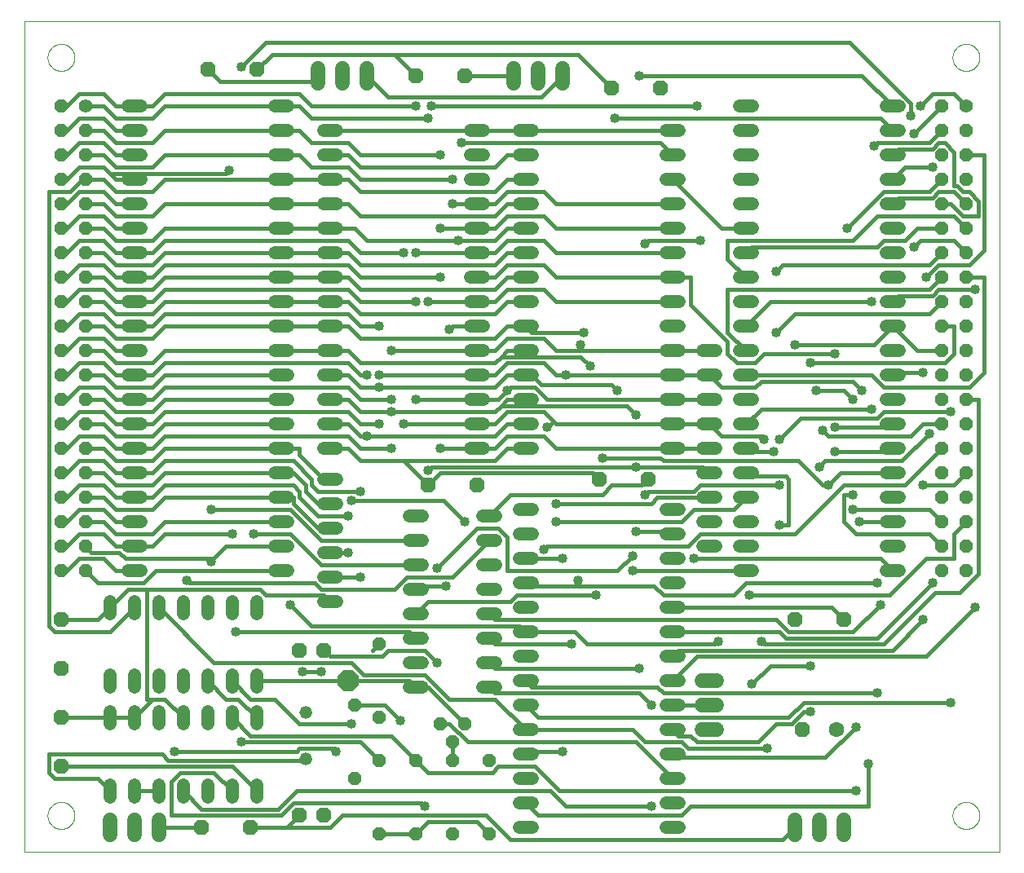
<source format=gtl>
G75*
%MOIN*%
%OFA0B0*%
%FSLAX25Y25*%
%IPPOS*%
%LPD*%
%AMOC8*
5,1,8,0,0,1.08239X$1,22.5*
%
%ADD10C,0.00000*%
%ADD11C,0.05200*%
%ADD12C,0.05600*%
%ADD13OC8,0.05600*%
%ADD14C,0.06000*%
%ADD15C,0.05200*%
%ADD16OC8,0.05200*%
%ADD17OC8,0.06300*%
%ADD18C,0.06300*%
%ADD19OC8,0.08500*%
%ADD20C,0.01600*%
%ADD21C,0.04000*%
D10*
X0001500Y0009721D02*
X0001500Y0349682D01*
X0400201Y0349682D01*
X0400201Y0009721D01*
X0001500Y0009721D01*
X0010988Y0024721D02*
X0010990Y0024869D01*
X0010996Y0025017D01*
X0011006Y0025165D01*
X0011020Y0025312D01*
X0011038Y0025459D01*
X0011059Y0025605D01*
X0011085Y0025751D01*
X0011115Y0025896D01*
X0011148Y0026040D01*
X0011186Y0026183D01*
X0011227Y0026325D01*
X0011272Y0026466D01*
X0011320Y0026606D01*
X0011373Y0026745D01*
X0011429Y0026882D01*
X0011489Y0027017D01*
X0011552Y0027151D01*
X0011619Y0027283D01*
X0011690Y0027413D01*
X0011764Y0027541D01*
X0011841Y0027667D01*
X0011922Y0027791D01*
X0012006Y0027913D01*
X0012093Y0028032D01*
X0012184Y0028149D01*
X0012278Y0028264D01*
X0012374Y0028376D01*
X0012474Y0028486D01*
X0012576Y0028592D01*
X0012682Y0028696D01*
X0012790Y0028797D01*
X0012901Y0028895D01*
X0013014Y0028991D01*
X0013130Y0029083D01*
X0013248Y0029172D01*
X0013369Y0029257D01*
X0013492Y0029340D01*
X0013617Y0029419D01*
X0013744Y0029495D01*
X0013873Y0029567D01*
X0014004Y0029636D01*
X0014137Y0029701D01*
X0014272Y0029762D01*
X0014408Y0029820D01*
X0014545Y0029875D01*
X0014684Y0029925D01*
X0014825Y0029972D01*
X0014966Y0030015D01*
X0015109Y0030055D01*
X0015253Y0030090D01*
X0015397Y0030122D01*
X0015543Y0030149D01*
X0015689Y0030173D01*
X0015836Y0030193D01*
X0015983Y0030209D01*
X0016130Y0030221D01*
X0016278Y0030229D01*
X0016426Y0030233D01*
X0016574Y0030233D01*
X0016722Y0030229D01*
X0016870Y0030221D01*
X0017017Y0030209D01*
X0017164Y0030193D01*
X0017311Y0030173D01*
X0017457Y0030149D01*
X0017603Y0030122D01*
X0017747Y0030090D01*
X0017891Y0030055D01*
X0018034Y0030015D01*
X0018175Y0029972D01*
X0018316Y0029925D01*
X0018455Y0029875D01*
X0018592Y0029820D01*
X0018728Y0029762D01*
X0018863Y0029701D01*
X0018996Y0029636D01*
X0019127Y0029567D01*
X0019256Y0029495D01*
X0019383Y0029419D01*
X0019508Y0029340D01*
X0019631Y0029257D01*
X0019752Y0029172D01*
X0019870Y0029083D01*
X0019986Y0028991D01*
X0020099Y0028895D01*
X0020210Y0028797D01*
X0020318Y0028696D01*
X0020424Y0028592D01*
X0020526Y0028486D01*
X0020626Y0028376D01*
X0020722Y0028264D01*
X0020816Y0028149D01*
X0020907Y0028032D01*
X0020994Y0027913D01*
X0021078Y0027791D01*
X0021159Y0027667D01*
X0021236Y0027541D01*
X0021310Y0027413D01*
X0021381Y0027283D01*
X0021448Y0027151D01*
X0021511Y0027017D01*
X0021571Y0026882D01*
X0021627Y0026745D01*
X0021680Y0026606D01*
X0021728Y0026466D01*
X0021773Y0026325D01*
X0021814Y0026183D01*
X0021852Y0026040D01*
X0021885Y0025896D01*
X0021915Y0025751D01*
X0021941Y0025605D01*
X0021962Y0025459D01*
X0021980Y0025312D01*
X0021994Y0025165D01*
X0022004Y0025017D01*
X0022010Y0024869D01*
X0022012Y0024721D01*
X0022010Y0024573D01*
X0022004Y0024425D01*
X0021994Y0024277D01*
X0021980Y0024130D01*
X0021962Y0023983D01*
X0021941Y0023837D01*
X0021915Y0023691D01*
X0021885Y0023546D01*
X0021852Y0023402D01*
X0021814Y0023259D01*
X0021773Y0023117D01*
X0021728Y0022976D01*
X0021680Y0022836D01*
X0021627Y0022697D01*
X0021571Y0022560D01*
X0021511Y0022425D01*
X0021448Y0022291D01*
X0021381Y0022159D01*
X0021310Y0022029D01*
X0021236Y0021901D01*
X0021159Y0021775D01*
X0021078Y0021651D01*
X0020994Y0021529D01*
X0020907Y0021410D01*
X0020816Y0021293D01*
X0020722Y0021178D01*
X0020626Y0021066D01*
X0020526Y0020956D01*
X0020424Y0020850D01*
X0020318Y0020746D01*
X0020210Y0020645D01*
X0020099Y0020547D01*
X0019986Y0020451D01*
X0019870Y0020359D01*
X0019752Y0020270D01*
X0019631Y0020185D01*
X0019508Y0020102D01*
X0019383Y0020023D01*
X0019256Y0019947D01*
X0019127Y0019875D01*
X0018996Y0019806D01*
X0018863Y0019741D01*
X0018728Y0019680D01*
X0018592Y0019622D01*
X0018455Y0019567D01*
X0018316Y0019517D01*
X0018175Y0019470D01*
X0018034Y0019427D01*
X0017891Y0019387D01*
X0017747Y0019352D01*
X0017603Y0019320D01*
X0017457Y0019293D01*
X0017311Y0019269D01*
X0017164Y0019249D01*
X0017017Y0019233D01*
X0016870Y0019221D01*
X0016722Y0019213D01*
X0016574Y0019209D01*
X0016426Y0019209D01*
X0016278Y0019213D01*
X0016130Y0019221D01*
X0015983Y0019233D01*
X0015836Y0019249D01*
X0015689Y0019269D01*
X0015543Y0019293D01*
X0015397Y0019320D01*
X0015253Y0019352D01*
X0015109Y0019387D01*
X0014966Y0019427D01*
X0014825Y0019470D01*
X0014684Y0019517D01*
X0014545Y0019567D01*
X0014408Y0019622D01*
X0014272Y0019680D01*
X0014137Y0019741D01*
X0014004Y0019806D01*
X0013873Y0019875D01*
X0013744Y0019947D01*
X0013617Y0020023D01*
X0013492Y0020102D01*
X0013369Y0020185D01*
X0013248Y0020270D01*
X0013130Y0020359D01*
X0013014Y0020451D01*
X0012901Y0020547D01*
X0012790Y0020645D01*
X0012682Y0020746D01*
X0012576Y0020850D01*
X0012474Y0020956D01*
X0012374Y0021066D01*
X0012278Y0021178D01*
X0012184Y0021293D01*
X0012093Y0021410D01*
X0012006Y0021529D01*
X0011922Y0021651D01*
X0011841Y0021775D01*
X0011764Y0021901D01*
X0011690Y0022029D01*
X0011619Y0022159D01*
X0011552Y0022291D01*
X0011489Y0022425D01*
X0011429Y0022560D01*
X0011373Y0022697D01*
X0011320Y0022836D01*
X0011272Y0022976D01*
X0011227Y0023117D01*
X0011186Y0023259D01*
X0011148Y0023402D01*
X0011115Y0023546D01*
X0011085Y0023691D01*
X0011059Y0023837D01*
X0011038Y0023983D01*
X0011020Y0024130D01*
X0011006Y0024277D01*
X0010996Y0024425D01*
X0010990Y0024573D01*
X0010988Y0024721D01*
X0010988Y0334721D02*
X0010990Y0334869D01*
X0010996Y0335017D01*
X0011006Y0335165D01*
X0011020Y0335312D01*
X0011038Y0335459D01*
X0011059Y0335605D01*
X0011085Y0335751D01*
X0011115Y0335896D01*
X0011148Y0336040D01*
X0011186Y0336183D01*
X0011227Y0336325D01*
X0011272Y0336466D01*
X0011320Y0336606D01*
X0011373Y0336745D01*
X0011429Y0336882D01*
X0011489Y0337017D01*
X0011552Y0337151D01*
X0011619Y0337283D01*
X0011690Y0337413D01*
X0011764Y0337541D01*
X0011841Y0337667D01*
X0011922Y0337791D01*
X0012006Y0337913D01*
X0012093Y0338032D01*
X0012184Y0338149D01*
X0012278Y0338264D01*
X0012374Y0338376D01*
X0012474Y0338486D01*
X0012576Y0338592D01*
X0012682Y0338696D01*
X0012790Y0338797D01*
X0012901Y0338895D01*
X0013014Y0338991D01*
X0013130Y0339083D01*
X0013248Y0339172D01*
X0013369Y0339257D01*
X0013492Y0339340D01*
X0013617Y0339419D01*
X0013744Y0339495D01*
X0013873Y0339567D01*
X0014004Y0339636D01*
X0014137Y0339701D01*
X0014272Y0339762D01*
X0014408Y0339820D01*
X0014545Y0339875D01*
X0014684Y0339925D01*
X0014825Y0339972D01*
X0014966Y0340015D01*
X0015109Y0340055D01*
X0015253Y0340090D01*
X0015397Y0340122D01*
X0015543Y0340149D01*
X0015689Y0340173D01*
X0015836Y0340193D01*
X0015983Y0340209D01*
X0016130Y0340221D01*
X0016278Y0340229D01*
X0016426Y0340233D01*
X0016574Y0340233D01*
X0016722Y0340229D01*
X0016870Y0340221D01*
X0017017Y0340209D01*
X0017164Y0340193D01*
X0017311Y0340173D01*
X0017457Y0340149D01*
X0017603Y0340122D01*
X0017747Y0340090D01*
X0017891Y0340055D01*
X0018034Y0340015D01*
X0018175Y0339972D01*
X0018316Y0339925D01*
X0018455Y0339875D01*
X0018592Y0339820D01*
X0018728Y0339762D01*
X0018863Y0339701D01*
X0018996Y0339636D01*
X0019127Y0339567D01*
X0019256Y0339495D01*
X0019383Y0339419D01*
X0019508Y0339340D01*
X0019631Y0339257D01*
X0019752Y0339172D01*
X0019870Y0339083D01*
X0019986Y0338991D01*
X0020099Y0338895D01*
X0020210Y0338797D01*
X0020318Y0338696D01*
X0020424Y0338592D01*
X0020526Y0338486D01*
X0020626Y0338376D01*
X0020722Y0338264D01*
X0020816Y0338149D01*
X0020907Y0338032D01*
X0020994Y0337913D01*
X0021078Y0337791D01*
X0021159Y0337667D01*
X0021236Y0337541D01*
X0021310Y0337413D01*
X0021381Y0337283D01*
X0021448Y0337151D01*
X0021511Y0337017D01*
X0021571Y0336882D01*
X0021627Y0336745D01*
X0021680Y0336606D01*
X0021728Y0336466D01*
X0021773Y0336325D01*
X0021814Y0336183D01*
X0021852Y0336040D01*
X0021885Y0335896D01*
X0021915Y0335751D01*
X0021941Y0335605D01*
X0021962Y0335459D01*
X0021980Y0335312D01*
X0021994Y0335165D01*
X0022004Y0335017D01*
X0022010Y0334869D01*
X0022012Y0334721D01*
X0022010Y0334573D01*
X0022004Y0334425D01*
X0021994Y0334277D01*
X0021980Y0334130D01*
X0021962Y0333983D01*
X0021941Y0333837D01*
X0021915Y0333691D01*
X0021885Y0333546D01*
X0021852Y0333402D01*
X0021814Y0333259D01*
X0021773Y0333117D01*
X0021728Y0332976D01*
X0021680Y0332836D01*
X0021627Y0332697D01*
X0021571Y0332560D01*
X0021511Y0332425D01*
X0021448Y0332291D01*
X0021381Y0332159D01*
X0021310Y0332029D01*
X0021236Y0331901D01*
X0021159Y0331775D01*
X0021078Y0331651D01*
X0020994Y0331529D01*
X0020907Y0331410D01*
X0020816Y0331293D01*
X0020722Y0331178D01*
X0020626Y0331066D01*
X0020526Y0330956D01*
X0020424Y0330850D01*
X0020318Y0330746D01*
X0020210Y0330645D01*
X0020099Y0330547D01*
X0019986Y0330451D01*
X0019870Y0330359D01*
X0019752Y0330270D01*
X0019631Y0330185D01*
X0019508Y0330102D01*
X0019383Y0330023D01*
X0019256Y0329947D01*
X0019127Y0329875D01*
X0018996Y0329806D01*
X0018863Y0329741D01*
X0018728Y0329680D01*
X0018592Y0329622D01*
X0018455Y0329567D01*
X0018316Y0329517D01*
X0018175Y0329470D01*
X0018034Y0329427D01*
X0017891Y0329387D01*
X0017747Y0329352D01*
X0017603Y0329320D01*
X0017457Y0329293D01*
X0017311Y0329269D01*
X0017164Y0329249D01*
X0017017Y0329233D01*
X0016870Y0329221D01*
X0016722Y0329213D01*
X0016574Y0329209D01*
X0016426Y0329209D01*
X0016278Y0329213D01*
X0016130Y0329221D01*
X0015983Y0329233D01*
X0015836Y0329249D01*
X0015689Y0329269D01*
X0015543Y0329293D01*
X0015397Y0329320D01*
X0015253Y0329352D01*
X0015109Y0329387D01*
X0014966Y0329427D01*
X0014825Y0329470D01*
X0014684Y0329517D01*
X0014545Y0329567D01*
X0014408Y0329622D01*
X0014272Y0329680D01*
X0014137Y0329741D01*
X0014004Y0329806D01*
X0013873Y0329875D01*
X0013744Y0329947D01*
X0013617Y0330023D01*
X0013492Y0330102D01*
X0013369Y0330185D01*
X0013248Y0330270D01*
X0013130Y0330359D01*
X0013014Y0330451D01*
X0012901Y0330547D01*
X0012790Y0330645D01*
X0012682Y0330746D01*
X0012576Y0330850D01*
X0012474Y0330956D01*
X0012374Y0331066D01*
X0012278Y0331178D01*
X0012184Y0331293D01*
X0012093Y0331410D01*
X0012006Y0331529D01*
X0011922Y0331651D01*
X0011841Y0331775D01*
X0011764Y0331901D01*
X0011690Y0332029D01*
X0011619Y0332159D01*
X0011552Y0332291D01*
X0011489Y0332425D01*
X0011429Y0332560D01*
X0011373Y0332697D01*
X0011320Y0332836D01*
X0011272Y0332976D01*
X0011227Y0333117D01*
X0011186Y0333259D01*
X0011148Y0333402D01*
X0011115Y0333546D01*
X0011085Y0333691D01*
X0011059Y0333837D01*
X0011038Y0333983D01*
X0011020Y0334130D01*
X0011006Y0334277D01*
X0010996Y0334425D01*
X0010990Y0334573D01*
X0010988Y0334721D01*
X0380988Y0334721D02*
X0380990Y0334869D01*
X0380996Y0335017D01*
X0381006Y0335165D01*
X0381020Y0335312D01*
X0381038Y0335459D01*
X0381059Y0335605D01*
X0381085Y0335751D01*
X0381115Y0335896D01*
X0381148Y0336040D01*
X0381186Y0336183D01*
X0381227Y0336325D01*
X0381272Y0336466D01*
X0381320Y0336606D01*
X0381373Y0336745D01*
X0381429Y0336882D01*
X0381489Y0337017D01*
X0381552Y0337151D01*
X0381619Y0337283D01*
X0381690Y0337413D01*
X0381764Y0337541D01*
X0381841Y0337667D01*
X0381922Y0337791D01*
X0382006Y0337913D01*
X0382093Y0338032D01*
X0382184Y0338149D01*
X0382278Y0338264D01*
X0382374Y0338376D01*
X0382474Y0338486D01*
X0382576Y0338592D01*
X0382682Y0338696D01*
X0382790Y0338797D01*
X0382901Y0338895D01*
X0383014Y0338991D01*
X0383130Y0339083D01*
X0383248Y0339172D01*
X0383369Y0339257D01*
X0383492Y0339340D01*
X0383617Y0339419D01*
X0383744Y0339495D01*
X0383873Y0339567D01*
X0384004Y0339636D01*
X0384137Y0339701D01*
X0384272Y0339762D01*
X0384408Y0339820D01*
X0384545Y0339875D01*
X0384684Y0339925D01*
X0384825Y0339972D01*
X0384966Y0340015D01*
X0385109Y0340055D01*
X0385253Y0340090D01*
X0385397Y0340122D01*
X0385543Y0340149D01*
X0385689Y0340173D01*
X0385836Y0340193D01*
X0385983Y0340209D01*
X0386130Y0340221D01*
X0386278Y0340229D01*
X0386426Y0340233D01*
X0386574Y0340233D01*
X0386722Y0340229D01*
X0386870Y0340221D01*
X0387017Y0340209D01*
X0387164Y0340193D01*
X0387311Y0340173D01*
X0387457Y0340149D01*
X0387603Y0340122D01*
X0387747Y0340090D01*
X0387891Y0340055D01*
X0388034Y0340015D01*
X0388175Y0339972D01*
X0388316Y0339925D01*
X0388455Y0339875D01*
X0388592Y0339820D01*
X0388728Y0339762D01*
X0388863Y0339701D01*
X0388996Y0339636D01*
X0389127Y0339567D01*
X0389256Y0339495D01*
X0389383Y0339419D01*
X0389508Y0339340D01*
X0389631Y0339257D01*
X0389752Y0339172D01*
X0389870Y0339083D01*
X0389986Y0338991D01*
X0390099Y0338895D01*
X0390210Y0338797D01*
X0390318Y0338696D01*
X0390424Y0338592D01*
X0390526Y0338486D01*
X0390626Y0338376D01*
X0390722Y0338264D01*
X0390816Y0338149D01*
X0390907Y0338032D01*
X0390994Y0337913D01*
X0391078Y0337791D01*
X0391159Y0337667D01*
X0391236Y0337541D01*
X0391310Y0337413D01*
X0391381Y0337283D01*
X0391448Y0337151D01*
X0391511Y0337017D01*
X0391571Y0336882D01*
X0391627Y0336745D01*
X0391680Y0336606D01*
X0391728Y0336466D01*
X0391773Y0336325D01*
X0391814Y0336183D01*
X0391852Y0336040D01*
X0391885Y0335896D01*
X0391915Y0335751D01*
X0391941Y0335605D01*
X0391962Y0335459D01*
X0391980Y0335312D01*
X0391994Y0335165D01*
X0392004Y0335017D01*
X0392010Y0334869D01*
X0392012Y0334721D01*
X0392010Y0334573D01*
X0392004Y0334425D01*
X0391994Y0334277D01*
X0391980Y0334130D01*
X0391962Y0333983D01*
X0391941Y0333837D01*
X0391915Y0333691D01*
X0391885Y0333546D01*
X0391852Y0333402D01*
X0391814Y0333259D01*
X0391773Y0333117D01*
X0391728Y0332976D01*
X0391680Y0332836D01*
X0391627Y0332697D01*
X0391571Y0332560D01*
X0391511Y0332425D01*
X0391448Y0332291D01*
X0391381Y0332159D01*
X0391310Y0332029D01*
X0391236Y0331901D01*
X0391159Y0331775D01*
X0391078Y0331651D01*
X0390994Y0331529D01*
X0390907Y0331410D01*
X0390816Y0331293D01*
X0390722Y0331178D01*
X0390626Y0331066D01*
X0390526Y0330956D01*
X0390424Y0330850D01*
X0390318Y0330746D01*
X0390210Y0330645D01*
X0390099Y0330547D01*
X0389986Y0330451D01*
X0389870Y0330359D01*
X0389752Y0330270D01*
X0389631Y0330185D01*
X0389508Y0330102D01*
X0389383Y0330023D01*
X0389256Y0329947D01*
X0389127Y0329875D01*
X0388996Y0329806D01*
X0388863Y0329741D01*
X0388728Y0329680D01*
X0388592Y0329622D01*
X0388455Y0329567D01*
X0388316Y0329517D01*
X0388175Y0329470D01*
X0388034Y0329427D01*
X0387891Y0329387D01*
X0387747Y0329352D01*
X0387603Y0329320D01*
X0387457Y0329293D01*
X0387311Y0329269D01*
X0387164Y0329249D01*
X0387017Y0329233D01*
X0386870Y0329221D01*
X0386722Y0329213D01*
X0386574Y0329209D01*
X0386426Y0329209D01*
X0386278Y0329213D01*
X0386130Y0329221D01*
X0385983Y0329233D01*
X0385836Y0329249D01*
X0385689Y0329269D01*
X0385543Y0329293D01*
X0385397Y0329320D01*
X0385253Y0329352D01*
X0385109Y0329387D01*
X0384966Y0329427D01*
X0384825Y0329470D01*
X0384684Y0329517D01*
X0384545Y0329567D01*
X0384408Y0329622D01*
X0384272Y0329680D01*
X0384137Y0329741D01*
X0384004Y0329806D01*
X0383873Y0329875D01*
X0383744Y0329947D01*
X0383617Y0330023D01*
X0383492Y0330102D01*
X0383369Y0330185D01*
X0383248Y0330270D01*
X0383130Y0330359D01*
X0383014Y0330451D01*
X0382901Y0330547D01*
X0382790Y0330645D01*
X0382682Y0330746D01*
X0382576Y0330850D01*
X0382474Y0330956D01*
X0382374Y0331066D01*
X0382278Y0331178D01*
X0382184Y0331293D01*
X0382093Y0331410D01*
X0382006Y0331529D01*
X0381922Y0331651D01*
X0381841Y0331775D01*
X0381764Y0331901D01*
X0381690Y0332029D01*
X0381619Y0332159D01*
X0381552Y0332291D01*
X0381489Y0332425D01*
X0381429Y0332560D01*
X0381373Y0332697D01*
X0381320Y0332836D01*
X0381272Y0332976D01*
X0381227Y0333117D01*
X0381186Y0333259D01*
X0381148Y0333402D01*
X0381115Y0333546D01*
X0381085Y0333691D01*
X0381059Y0333837D01*
X0381038Y0333983D01*
X0381020Y0334130D01*
X0381006Y0334277D01*
X0380996Y0334425D01*
X0380990Y0334573D01*
X0380988Y0334721D01*
X0380988Y0024721D02*
X0380990Y0024869D01*
X0380996Y0025017D01*
X0381006Y0025165D01*
X0381020Y0025312D01*
X0381038Y0025459D01*
X0381059Y0025605D01*
X0381085Y0025751D01*
X0381115Y0025896D01*
X0381148Y0026040D01*
X0381186Y0026183D01*
X0381227Y0026325D01*
X0381272Y0026466D01*
X0381320Y0026606D01*
X0381373Y0026745D01*
X0381429Y0026882D01*
X0381489Y0027017D01*
X0381552Y0027151D01*
X0381619Y0027283D01*
X0381690Y0027413D01*
X0381764Y0027541D01*
X0381841Y0027667D01*
X0381922Y0027791D01*
X0382006Y0027913D01*
X0382093Y0028032D01*
X0382184Y0028149D01*
X0382278Y0028264D01*
X0382374Y0028376D01*
X0382474Y0028486D01*
X0382576Y0028592D01*
X0382682Y0028696D01*
X0382790Y0028797D01*
X0382901Y0028895D01*
X0383014Y0028991D01*
X0383130Y0029083D01*
X0383248Y0029172D01*
X0383369Y0029257D01*
X0383492Y0029340D01*
X0383617Y0029419D01*
X0383744Y0029495D01*
X0383873Y0029567D01*
X0384004Y0029636D01*
X0384137Y0029701D01*
X0384272Y0029762D01*
X0384408Y0029820D01*
X0384545Y0029875D01*
X0384684Y0029925D01*
X0384825Y0029972D01*
X0384966Y0030015D01*
X0385109Y0030055D01*
X0385253Y0030090D01*
X0385397Y0030122D01*
X0385543Y0030149D01*
X0385689Y0030173D01*
X0385836Y0030193D01*
X0385983Y0030209D01*
X0386130Y0030221D01*
X0386278Y0030229D01*
X0386426Y0030233D01*
X0386574Y0030233D01*
X0386722Y0030229D01*
X0386870Y0030221D01*
X0387017Y0030209D01*
X0387164Y0030193D01*
X0387311Y0030173D01*
X0387457Y0030149D01*
X0387603Y0030122D01*
X0387747Y0030090D01*
X0387891Y0030055D01*
X0388034Y0030015D01*
X0388175Y0029972D01*
X0388316Y0029925D01*
X0388455Y0029875D01*
X0388592Y0029820D01*
X0388728Y0029762D01*
X0388863Y0029701D01*
X0388996Y0029636D01*
X0389127Y0029567D01*
X0389256Y0029495D01*
X0389383Y0029419D01*
X0389508Y0029340D01*
X0389631Y0029257D01*
X0389752Y0029172D01*
X0389870Y0029083D01*
X0389986Y0028991D01*
X0390099Y0028895D01*
X0390210Y0028797D01*
X0390318Y0028696D01*
X0390424Y0028592D01*
X0390526Y0028486D01*
X0390626Y0028376D01*
X0390722Y0028264D01*
X0390816Y0028149D01*
X0390907Y0028032D01*
X0390994Y0027913D01*
X0391078Y0027791D01*
X0391159Y0027667D01*
X0391236Y0027541D01*
X0391310Y0027413D01*
X0391381Y0027283D01*
X0391448Y0027151D01*
X0391511Y0027017D01*
X0391571Y0026882D01*
X0391627Y0026745D01*
X0391680Y0026606D01*
X0391728Y0026466D01*
X0391773Y0026325D01*
X0391814Y0026183D01*
X0391852Y0026040D01*
X0391885Y0025896D01*
X0391915Y0025751D01*
X0391941Y0025605D01*
X0391962Y0025459D01*
X0391980Y0025312D01*
X0391994Y0025165D01*
X0392004Y0025017D01*
X0392010Y0024869D01*
X0392012Y0024721D01*
X0392010Y0024573D01*
X0392004Y0024425D01*
X0391994Y0024277D01*
X0391980Y0024130D01*
X0391962Y0023983D01*
X0391941Y0023837D01*
X0391915Y0023691D01*
X0391885Y0023546D01*
X0391852Y0023402D01*
X0391814Y0023259D01*
X0391773Y0023117D01*
X0391728Y0022976D01*
X0391680Y0022836D01*
X0391627Y0022697D01*
X0391571Y0022560D01*
X0391511Y0022425D01*
X0391448Y0022291D01*
X0391381Y0022159D01*
X0391310Y0022029D01*
X0391236Y0021901D01*
X0391159Y0021775D01*
X0391078Y0021651D01*
X0390994Y0021529D01*
X0390907Y0021410D01*
X0390816Y0021293D01*
X0390722Y0021178D01*
X0390626Y0021066D01*
X0390526Y0020956D01*
X0390424Y0020850D01*
X0390318Y0020746D01*
X0390210Y0020645D01*
X0390099Y0020547D01*
X0389986Y0020451D01*
X0389870Y0020359D01*
X0389752Y0020270D01*
X0389631Y0020185D01*
X0389508Y0020102D01*
X0389383Y0020023D01*
X0389256Y0019947D01*
X0389127Y0019875D01*
X0388996Y0019806D01*
X0388863Y0019741D01*
X0388728Y0019680D01*
X0388592Y0019622D01*
X0388455Y0019567D01*
X0388316Y0019517D01*
X0388175Y0019470D01*
X0388034Y0019427D01*
X0387891Y0019387D01*
X0387747Y0019352D01*
X0387603Y0019320D01*
X0387457Y0019293D01*
X0387311Y0019269D01*
X0387164Y0019249D01*
X0387017Y0019233D01*
X0386870Y0019221D01*
X0386722Y0019213D01*
X0386574Y0019209D01*
X0386426Y0019209D01*
X0386278Y0019213D01*
X0386130Y0019221D01*
X0385983Y0019233D01*
X0385836Y0019249D01*
X0385689Y0019269D01*
X0385543Y0019293D01*
X0385397Y0019320D01*
X0385253Y0019352D01*
X0385109Y0019387D01*
X0384966Y0019427D01*
X0384825Y0019470D01*
X0384684Y0019517D01*
X0384545Y0019567D01*
X0384408Y0019622D01*
X0384272Y0019680D01*
X0384137Y0019741D01*
X0384004Y0019806D01*
X0383873Y0019875D01*
X0383744Y0019947D01*
X0383617Y0020023D01*
X0383492Y0020102D01*
X0383369Y0020185D01*
X0383248Y0020270D01*
X0383130Y0020359D01*
X0383014Y0020451D01*
X0382901Y0020547D01*
X0382790Y0020645D01*
X0382682Y0020746D01*
X0382576Y0020850D01*
X0382474Y0020956D01*
X0382374Y0021066D01*
X0382278Y0021178D01*
X0382184Y0021293D01*
X0382093Y0021410D01*
X0382006Y0021529D01*
X0381922Y0021651D01*
X0381841Y0021775D01*
X0381764Y0021901D01*
X0381690Y0022029D01*
X0381619Y0022159D01*
X0381552Y0022291D01*
X0381489Y0022425D01*
X0381429Y0022560D01*
X0381373Y0022697D01*
X0381320Y0022836D01*
X0381272Y0022976D01*
X0381227Y0023117D01*
X0381186Y0023259D01*
X0381148Y0023402D01*
X0381115Y0023546D01*
X0381085Y0023691D01*
X0381059Y0023837D01*
X0381038Y0023983D01*
X0381020Y0024130D01*
X0381006Y0024277D01*
X0380996Y0024425D01*
X0380990Y0024573D01*
X0380988Y0024721D01*
D11*
X0359100Y0124721D02*
X0353900Y0124721D01*
X0353900Y0134721D02*
X0359100Y0134721D01*
X0359100Y0144721D02*
X0353900Y0144721D01*
X0353900Y0154721D02*
X0359100Y0154721D01*
X0359100Y0164721D02*
X0353900Y0164721D01*
X0353900Y0174721D02*
X0359100Y0174721D01*
X0359100Y0184721D02*
X0353900Y0184721D01*
X0353900Y0194721D02*
X0359100Y0194721D01*
X0359100Y0204721D02*
X0353900Y0204721D01*
X0353900Y0214721D02*
X0359100Y0214721D01*
X0359100Y0224721D02*
X0353900Y0224721D01*
X0353900Y0234721D02*
X0359100Y0234721D01*
X0359100Y0244721D02*
X0353900Y0244721D01*
X0353900Y0254721D02*
X0359100Y0254721D01*
X0359100Y0264721D02*
X0353900Y0264721D01*
X0353900Y0274721D02*
X0359100Y0274721D01*
X0359100Y0284721D02*
X0353900Y0284721D01*
X0353900Y0294721D02*
X0359100Y0294721D01*
X0359100Y0304721D02*
X0353900Y0304721D01*
X0353900Y0314721D02*
X0359100Y0314721D01*
X0299100Y0314721D02*
X0293900Y0314721D01*
X0293900Y0304721D02*
X0299100Y0304721D01*
X0299100Y0294721D02*
X0293900Y0294721D01*
X0293900Y0284721D02*
X0299100Y0284721D01*
X0299100Y0274721D02*
X0293900Y0274721D01*
X0293900Y0264721D02*
X0299100Y0264721D01*
X0299100Y0254721D02*
X0293900Y0254721D01*
X0293900Y0244721D02*
X0299100Y0244721D01*
X0299100Y0234721D02*
X0293900Y0234721D01*
X0293900Y0224721D02*
X0299100Y0224721D01*
X0299100Y0214721D02*
X0293900Y0214721D01*
X0284100Y0214721D02*
X0278900Y0214721D01*
X0269100Y0214721D02*
X0263900Y0214721D01*
X0263900Y0224721D02*
X0269100Y0224721D01*
X0269100Y0234721D02*
X0263900Y0234721D01*
X0263900Y0244721D02*
X0269100Y0244721D01*
X0269100Y0254721D02*
X0263900Y0254721D01*
X0263900Y0264721D02*
X0269100Y0264721D01*
X0269100Y0274721D02*
X0263900Y0274721D01*
X0263900Y0284721D02*
X0269100Y0284721D01*
X0269100Y0294721D02*
X0263900Y0294721D01*
X0263900Y0304721D02*
X0269100Y0304721D01*
X0209100Y0304721D02*
X0203900Y0304721D01*
X0203900Y0294721D02*
X0209100Y0294721D01*
X0209100Y0284721D02*
X0203900Y0284721D01*
X0203900Y0274721D02*
X0209100Y0274721D01*
X0209100Y0264721D02*
X0203900Y0264721D01*
X0203900Y0254721D02*
X0209100Y0254721D01*
X0209100Y0244721D02*
X0203900Y0244721D01*
X0203900Y0234721D02*
X0209100Y0234721D01*
X0209100Y0224721D02*
X0203900Y0224721D01*
X0203900Y0214721D02*
X0209100Y0214721D01*
X0209100Y0204721D02*
X0203900Y0204721D01*
X0203900Y0194721D02*
X0209100Y0194721D01*
X0209100Y0184721D02*
X0203900Y0184721D01*
X0203900Y0174721D02*
X0209100Y0174721D01*
X0189100Y0174721D02*
X0183900Y0174721D01*
X0183900Y0184721D02*
X0189100Y0184721D01*
X0189100Y0194721D02*
X0183900Y0194721D01*
X0183900Y0204721D02*
X0189100Y0204721D01*
X0189100Y0214721D02*
X0183900Y0214721D01*
X0183900Y0224721D02*
X0189100Y0224721D01*
X0189100Y0234721D02*
X0183900Y0234721D01*
X0183900Y0244721D02*
X0189100Y0244721D01*
X0189100Y0254721D02*
X0183900Y0254721D01*
X0183900Y0264721D02*
X0189100Y0264721D01*
X0189100Y0274721D02*
X0183900Y0274721D01*
X0183900Y0284721D02*
X0189100Y0284721D01*
X0189100Y0294721D02*
X0183900Y0294721D01*
X0183900Y0304721D02*
X0189100Y0304721D01*
X0129100Y0304721D02*
X0123900Y0304721D01*
X0123900Y0294721D02*
X0129100Y0294721D01*
X0129100Y0284721D02*
X0123900Y0284721D01*
X0123900Y0274721D02*
X0129100Y0274721D01*
X0129100Y0264721D02*
X0123900Y0264721D01*
X0123900Y0254721D02*
X0129100Y0254721D01*
X0129100Y0244721D02*
X0123900Y0244721D01*
X0123900Y0234721D02*
X0129100Y0234721D01*
X0129100Y0224721D02*
X0123900Y0224721D01*
X0123900Y0214721D02*
X0129100Y0214721D01*
X0129100Y0204721D02*
X0123900Y0204721D01*
X0123900Y0194721D02*
X0129100Y0194721D01*
X0129100Y0184721D02*
X0123900Y0184721D01*
X0123900Y0174721D02*
X0129100Y0174721D01*
X0129100Y0162221D02*
X0123900Y0162221D01*
X0123900Y0152221D02*
X0129100Y0152221D01*
X0129100Y0142221D02*
X0123900Y0142221D01*
X0123900Y0132221D02*
X0129100Y0132221D01*
X0129100Y0122221D02*
X0123900Y0122221D01*
X0123900Y0112221D02*
X0129100Y0112221D01*
X0109100Y0124721D02*
X0103900Y0124721D01*
X0103900Y0134721D02*
X0109100Y0134721D01*
X0109100Y0144721D02*
X0103900Y0144721D01*
X0103900Y0154721D02*
X0109100Y0154721D01*
X0109100Y0164721D02*
X0103900Y0164721D01*
X0103900Y0174721D02*
X0109100Y0174721D01*
X0109100Y0184721D02*
X0103900Y0184721D01*
X0103900Y0194721D02*
X0109100Y0194721D01*
X0109100Y0204721D02*
X0103900Y0204721D01*
X0103900Y0214721D02*
X0109100Y0214721D01*
X0109100Y0224721D02*
X0103900Y0224721D01*
X0103900Y0234721D02*
X0109100Y0234721D01*
X0109100Y0244721D02*
X0103900Y0244721D01*
X0103900Y0254721D02*
X0109100Y0254721D01*
X0109100Y0264721D02*
X0103900Y0264721D01*
X0103900Y0274721D02*
X0109100Y0274721D01*
X0109100Y0284721D02*
X0103900Y0284721D01*
X0103900Y0294721D02*
X0109100Y0294721D01*
X0109100Y0304721D02*
X0103900Y0304721D01*
X0103900Y0314721D02*
X0109100Y0314721D01*
X0049100Y0314721D02*
X0043900Y0314721D01*
X0043900Y0304721D02*
X0049100Y0304721D01*
X0049100Y0294721D02*
X0043900Y0294721D01*
X0043900Y0284721D02*
X0049100Y0284721D01*
X0049100Y0274721D02*
X0043900Y0274721D01*
X0043900Y0264721D02*
X0049100Y0264721D01*
X0049100Y0254721D02*
X0043900Y0254721D01*
X0043900Y0244721D02*
X0049100Y0244721D01*
X0049100Y0234721D02*
X0043900Y0234721D01*
X0043900Y0224721D02*
X0049100Y0224721D01*
X0049100Y0214721D02*
X0043900Y0214721D01*
X0043900Y0204721D02*
X0049100Y0204721D01*
X0049100Y0194721D02*
X0043900Y0194721D01*
X0043900Y0184721D02*
X0049100Y0184721D01*
X0049100Y0174721D02*
X0043900Y0174721D01*
X0043900Y0164721D02*
X0049100Y0164721D01*
X0049100Y0154721D02*
X0043900Y0154721D01*
X0043900Y0144721D02*
X0049100Y0144721D01*
X0049100Y0134721D02*
X0043900Y0134721D01*
X0043900Y0124721D02*
X0049100Y0124721D01*
X0046500Y0112321D02*
X0046500Y0107121D01*
X0036500Y0107121D02*
X0036500Y0112321D01*
X0056500Y0112321D02*
X0056500Y0107121D01*
X0066500Y0107121D02*
X0066500Y0112321D01*
X0076500Y0112321D02*
X0076500Y0107121D01*
X0086500Y0107121D02*
X0086500Y0112321D01*
X0096500Y0112321D02*
X0096500Y0107121D01*
X0096500Y0082321D02*
X0096500Y0077121D01*
X0096500Y0067321D02*
X0096500Y0062121D01*
X0086500Y0062121D02*
X0086500Y0067321D01*
X0086500Y0077121D02*
X0086500Y0082321D01*
X0076500Y0082321D02*
X0076500Y0077121D01*
X0076500Y0067321D02*
X0076500Y0062121D01*
X0066500Y0062121D02*
X0066500Y0067321D01*
X0066500Y0077121D02*
X0066500Y0082321D01*
X0056500Y0082321D02*
X0056500Y0077121D01*
X0056500Y0067321D02*
X0056500Y0062121D01*
X0046500Y0062121D02*
X0046500Y0067321D01*
X0046500Y0077121D02*
X0046500Y0082321D01*
X0036500Y0082321D02*
X0036500Y0077121D01*
X0036500Y0067321D02*
X0036500Y0062121D01*
X0036500Y0037321D02*
X0036500Y0032121D01*
X0046500Y0032121D02*
X0046500Y0037321D01*
X0056500Y0037321D02*
X0056500Y0032121D01*
X0066500Y0032121D02*
X0066500Y0037321D01*
X0076500Y0037321D02*
X0076500Y0032121D01*
X0086500Y0032121D02*
X0086500Y0037321D01*
X0096500Y0037321D02*
X0096500Y0032121D01*
X0158900Y0077221D02*
X0164100Y0077221D01*
X0164100Y0087221D02*
X0158900Y0087221D01*
X0158900Y0097221D02*
X0164100Y0097221D01*
X0164100Y0107221D02*
X0158900Y0107221D01*
X0158900Y0117221D02*
X0164100Y0117221D01*
X0164100Y0127221D02*
X0158900Y0127221D01*
X0158900Y0137221D02*
X0164100Y0137221D01*
X0164100Y0147221D02*
X0158900Y0147221D01*
X0188900Y0147221D02*
X0194100Y0147221D01*
X0194100Y0137221D02*
X0188900Y0137221D01*
X0188900Y0127221D02*
X0194100Y0127221D01*
X0203900Y0129721D02*
X0209100Y0129721D01*
X0209100Y0119721D02*
X0203900Y0119721D01*
X0194100Y0117221D02*
X0188900Y0117221D01*
X0188900Y0107221D02*
X0194100Y0107221D01*
X0203900Y0109721D02*
X0209100Y0109721D01*
X0209100Y0099721D02*
X0203900Y0099721D01*
X0194100Y0097221D02*
X0188900Y0097221D01*
X0188900Y0087221D02*
X0194100Y0087221D01*
X0194100Y0077221D02*
X0188900Y0077221D01*
X0203900Y0079721D02*
X0209100Y0079721D01*
X0209100Y0089721D02*
X0203900Y0089721D01*
X0203900Y0069721D02*
X0209100Y0069721D01*
X0209100Y0059721D02*
X0203900Y0059721D01*
X0203900Y0049721D02*
X0209100Y0049721D01*
X0209100Y0039721D02*
X0203900Y0039721D01*
X0203900Y0029721D02*
X0209100Y0029721D01*
X0209100Y0019721D02*
X0203900Y0019721D01*
X0263900Y0019721D02*
X0269100Y0019721D01*
X0269100Y0029721D02*
X0263900Y0029721D01*
X0263900Y0039721D02*
X0269100Y0039721D01*
X0269100Y0049721D02*
X0263900Y0049721D01*
X0263900Y0059721D02*
X0269100Y0059721D01*
X0269100Y0069721D02*
X0263900Y0069721D01*
X0263900Y0079721D02*
X0269100Y0079721D01*
X0269100Y0089721D02*
X0263900Y0089721D01*
X0263900Y0099721D02*
X0269100Y0099721D01*
X0269100Y0109721D02*
X0263900Y0109721D01*
X0263900Y0119721D02*
X0269100Y0119721D01*
X0269100Y0129721D02*
X0263900Y0129721D01*
X0263900Y0139721D02*
X0269100Y0139721D01*
X0269100Y0149721D02*
X0263900Y0149721D01*
X0278900Y0154721D02*
X0284100Y0154721D01*
X0293900Y0154721D02*
X0299100Y0154721D01*
X0299100Y0164721D02*
X0293900Y0164721D01*
X0284100Y0164721D02*
X0278900Y0164721D01*
X0278900Y0174721D02*
X0284100Y0174721D01*
X0293900Y0174721D02*
X0299100Y0174721D01*
X0299100Y0184721D02*
X0293900Y0184721D01*
X0284100Y0184721D02*
X0278900Y0184721D01*
X0269100Y0184721D02*
X0263900Y0184721D01*
X0263900Y0194721D02*
X0269100Y0194721D01*
X0278900Y0194721D02*
X0284100Y0194721D01*
X0293900Y0194721D02*
X0299100Y0194721D01*
X0299100Y0204721D02*
X0293900Y0204721D01*
X0284100Y0204721D02*
X0278900Y0204721D01*
X0269100Y0204721D02*
X0263900Y0204721D01*
X0263900Y0174721D02*
X0269100Y0174721D01*
X0278900Y0144721D02*
X0284100Y0144721D01*
X0293900Y0144721D02*
X0299100Y0144721D01*
X0299100Y0134721D02*
X0293900Y0134721D01*
X0284100Y0134721D02*
X0278900Y0134721D01*
X0293900Y0124721D02*
X0299100Y0124721D01*
X0209100Y0139721D02*
X0203900Y0139721D01*
X0203900Y0149721D02*
X0209100Y0149721D01*
D12*
X0386500Y0314721D03*
X0026500Y0314721D03*
D13*
X0016500Y0314721D03*
X0016500Y0304721D03*
X0026500Y0304721D03*
X0026500Y0294721D03*
X0016500Y0294721D03*
X0016500Y0284721D03*
X0026500Y0284721D03*
X0026500Y0274721D03*
X0016500Y0274721D03*
X0016500Y0264721D03*
X0026500Y0264721D03*
X0026500Y0254721D03*
X0016500Y0254721D03*
X0016500Y0244721D03*
X0026500Y0244721D03*
X0026500Y0234721D03*
X0016500Y0234721D03*
X0016500Y0224721D03*
X0026500Y0224721D03*
X0026500Y0214721D03*
X0016500Y0214721D03*
X0016500Y0204721D03*
X0026500Y0204721D03*
X0026500Y0194721D03*
X0016500Y0194721D03*
X0016500Y0184721D03*
X0026500Y0184721D03*
X0026500Y0174721D03*
X0016500Y0174721D03*
X0016500Y0164721D03*
X0026500Y0164721D03*
X0026500Y0154721D03*
X0016500Y0154721D03*
X0016500Y0144721D03*
X0026500Y0144721D03*
X0026500Y0134721D03*
X0016500Y0134721D03*
X0016500Y0124721D03*
X0026500Y0124721D03*
X0376500Y0124721D03*
X0386500Y0124721D03*
X0386500Y0134721D03*
X0376500Y0134721D03*
X0376500Y0144721D03*
X0386500Y0144721D03*
X0386500Y0154721D03*
X0386500Y0164721D03*
X0376500Y0164721D03*
X0376500Y0154721D03*
X0376500Y0174721D03*
X0386500Y0174721D03*
X0386500Y0184721D03*
X0376500Y0184721D03*
X0376500Y0194721D03*
X0386500Y0194721D03*
X0386500Y0204721D03*
X0376500Y0204721D03*
X0376500Y0214721D03*
X0386500Y0214721D03*
X0386500Y0224721D03*
X0386500Y0234721D03*
X0376500Y0234721D03*
X0376500Y0224721D03*
X0376500Y0244721D03*
X0386500Y0244721D03*
X0386500Y0254721D03*
X0376500Y0254721D03*
X0376500Y0264721D03*
X0386500Y0264721D03*
X0386500Y0274721D03*
X0376500Y0274721D03*
X0376500Y0284721D03*
X0386500Y0284721D03*
X0386500Y0294721D03*
X0386500Y0304721D03*
X0376500Y0304721D03*
X0376500Y0294721D03*
X0376500Y0314721D03*
D14*
X0221500Y0324221D02*
X0221500Y0330221D01*
X0211500Y0330221D02*
X0211500Y0324221D01*
X0201500Y0324221D02*
X0201500Y0330221D01*
X0141500Y0330221D02*
X0141500Y0324221D01*
X0131500Y0324221D02*
X0131500Y0330221D01*
X0121500Y0330221D02*
X0121500Y0324221D01*
X0278500Y0079721D02*
X0284500Y0079721D01*
X0284500Y0069721D02*
X0278500Y0069721D01*
X0278500Y0059721D02*
X0284500Y0059721D01*
X0316500Y0022721D02*
X0316500Y0016721D01*
X0326500Y0016721D02*
X0326500Y0022721D01*
X0336500Y0022721D02*
X0336500Y0016721D01*
X0056500Y0016721D02*
X0056500Y0022721D01*
X0046500Y0022721D02*
X0046500Y0016721D01*
X0036500Y0016721D02*
X0036500Y0022721D01*
D15*
X0116500Y0047721D03*
X0116500Y0066721D03*
D16*
X0136500Y0069721D03*
X0146500Y0064721D03*
X0146500Y0047221D03*
X0136500Y0039721D03*
X0146500Y0017221D03*
X0161500Y0017221D03*
X0176500Y0017221D03*
X0191500Y0017221D03*
X0191500Y0047221D03*
X0176500Y0047221D03*
X0176500Y0054721D03*
X0171500Y0062221D03*
X0181500Y0062221D03*
X0161500Y0047221D03*
X0146500Y0094721D03*
D17*
X0124000Y0092221D03*
X0114000Y0092221D03*
X0114000Y0024721D03*
X0124000Y0024721D03*
X0094000Y0019721D03*
X0074000Y0019721D03*
X0016500Y0044721D03*
X0016500Y0064721D03*
X0016500Y0084721D03*
X0016500Y0104721D03*
X0166500Y0159721D03*
X0186500Y0159721D03*
X0236500Y0162221D03*
X0256500Y0162221D03*
X0316500Y0104721D03*
X0336500Y0104721D03*
X0319500Y0059721D03*
X0261500Y0322221D03*
X0241500Y0322221D03*
X0181500Y0327221D03*
X0161500Y0327221D03*
X0096500Y0329721D03*
X0076500Y0329721D03*
D18*
X0333500Y0059721D03*
D19*
X0134000Y0079721D03*
D20*
X0159000Y0079721D01*
X0161500Y0077221D01*
X0166500Y0077221D01*
X0181500Y0062221D01*
X0175250Y0062221D02*
X0182750Y0054721D01*
X0251500Y0054721D01*
X0266500Y0039721D01*
X0267750Y0048471D02*
X0266500Y0049721D01*
X0267750Y0048471D02*
X0329000Y0048471D01*
X0341500Y0060971D01*
X0346500Y0045971D02*
X0346500Y0028471D01*
X0274000Y0028471D01*
X0270250Y0024721D01*
X0211500Y0024721D01*
X0206500Y0029721D01*
X0216500Y0034721D02*
X0222750Y0028471D01*
X0257750Y0028471D01*
X0272750Y0052221D02*
X0270250Y0054721D01*
X0255250Y0054721D01*
X0250250Y0059721D01*
X0206500Y0059721D01*
X0194000Y0072221D01*
X0175250Y0072221D01*
X0165250Y0082221D01*
X0140250Y0082221D01*
X0135250Y0087221D01*
X0079000Y0087221D01*
X0056500Y0109721D01*
X0051500Y0117221D02*
X0051500Y0072221D01*
X0054000Y0072221D01*
X0046500Y0064721D01*
X0036500Y0064721D01*
X0016500Y0064721D01*
X0011500Y0049721D02*
X0057750Y0049721D01*
X0060250Y0047221D01*
X0116500Y0047221D01*
X0116500Y0047721D01*
X0112750Y0050971D02*
X0114000Y0052221D01*
X0127750Y0052221D01*
X0129000Y0050971D01*
X0139000Y0054721D02*
X0090250Y0054721D01*
X0094000Y0057221D02*
X0151500Y0057221D01*
X0161500Y0047221D01*
X0166500Y0042221D01*
X0192750Y0042221D01*
X0195250Y0044721D01*
X0210250Y0044721D01*
X0220250Y0034721D01*
X0341500Y0034721D01*
X0316500Y0019721D02*
X0311500Y0014721D01*
X0200250Y0014721D01*
X0190250Y0024721D01*
X0131500Y0024721D01*
X0126500Y0019721D01*
X0109000Y0019721D01*
X0094000Y0019721D01*
X0106500Y0024721D02*
X0111500Y0029721D01*
X0164000Y0029721D01*
X0165250Y0028471D01*
X0166500Y0022221D02*
X0161500Y0017221D01*
X0146500Y0017221D01*
X0166500Y0022221D02*
X0186500Y0022221D01*
X0191500Y0017221D01*
X0216500Y0034721D02*
X0112750Y0034721D01*
X0105250Y0027221D01*
X0074000Y0027221D01*
X0066500Y0034721D01*
X0061500Y0038471D02*
X0061500Y0024721D01*
X0106500Y0024721D01*
X0109000Y0019721D02*
X0114000Y0024721D01*
X0096500Y0034721D02*
X0086500Y0044721D01*
X0016500Y0044721D01*
X0011500Y0042221D02*
X0014000Y0039721D01*
X0031500Y0039721D01*
X0036500Y0034721D01*
X0046500Y0034721D02*
X0056500Y0034721D01*
X0061500Y0038471D02*
X0065250Y0042221D01*
X0079000Y0042221D01*
X0086500Y0034721D01*
X0074000Y0019721D02*
X0056500Y0019721D01*
X0062750Y0050971D02*
X0112750Y0050971D01*
X0114000Y0062221D02*
X0135250Y0062221D01*
X0136500Y0069721D02*
X0149000Y0069721D01*
X0155250Y0063471D01*
X0171500Y0062221D02*
X0175250Y0062221D01*
X0176500Y0054721D02*
X0176500Y0047221D01*
X0146500Y0047221D02*
X0139000Y0054721D01*
X0114000Y0062221D02*
X0104000Y0072221D01*
X0094000Y0072221D01*
X0086500Y0079721D01*
X0089000Y0072221D02*
X0084000Y0072221D01*
X0076500Y0079721D01*
X0089000Y0072221D02*
X0096500Y0064721D01*
X0094000Y0057221D02*
X0086500Y0064721D01*
X0096500Y0079721D02*
X0134000Y0079721D01*
X0122750Y0083471D02*
X0115250Y0083471D01*
X0124000Y0092221D02*
X0126500Y0089721D01*
X0147750Y0089721D01*
X0150250Y0092221D01*
X0165250Y0092221D01*
X0170250Y0087221D01*
X0161500Y0097221D02*
X0159000Y0099721D01*
X0087750Y0099721D01*
X0100250Y0114721D02*
X0097750Y0117221D01*
X0051500Y0117221D01*
X0044000Y0117221D01*
X0036500Y0109721D01*
X0031500Y0104721D01*
X0016500Y0104721D01*
X0011500Y0102221D02*
X0014000Y0099721D01*
X0036500Y0099721D01*
X0046500Y0109721D01*
X0050250Y0119721D02*
X0031500Y0119721D01*
X0026500Y0124721D01*
X0024000Y0129721D02*
X0034000Y0129721D01*
X0039000Y0124721D01*
X0046500Y0124721D01*
X0042750Y0129721D02*
X0079000Y0129721D01*
X0077750Y0128471D01*
X0079000Y0129721D02*
X0084000Y0134721D01*
X0106500Y0134721D01*
X0110250Y0139721D02*
X0095250Y0139721D01*
X0086500Y0139721D02*
X0059000Y0139721D01*
X0054000Y0134721D01*
X0046500Y0134721D01*
X0039000Y0134721D01*
X0034000Y0139721D01*
X0024000Y0139721D01*
X0019000Y0134721D01*
X0016500Y0134721D01*
X0024000Y0129721D02*
X0019000Y0124721D01*
X0016500Y0124721D01*
X0026500Y0134721D02*
X0029000Y0132221D01*
X0040250Y0132221D01*
X0042750Y0129721D01*
X0050250Y0119721D02*
X0055250Y0124721D01*
X0106500Y0124721D01*
X0100250Y0114721D02*
X0124000Y0114721D01*
X0126500Y0112221D01*
X0122750Y0117221D02*
X0152750Y0117221D01*
X0157750Y0122221D01*
X0176500Y0122221D01*
X0191500Y0137221D01*
X0195250Y0142221D02*
X0186500Y0142221D01*
X0170250Y0125971D01*
X0174000Y0118471D02*
X0162750Y0118471D01*
X0161500Y0117221D01*
X0166500Y0112221D02*
X0200250Y0112221D01*
X0202750Y0114721D01*
X0235250Y0114721D01*
X0227750Y0118471D02*
X0227750Y0120971D01*
X0227750Y0118471D02*
X0207750Y0118471D01*
X0206500Y0119721D01*
X0199000Y0124721D02*
X0244000Y0124721D01*
X0250250Y0130971D01*
X0250250Y0124721D02*
X0296500Y0124721D01*
X0296500Y0119721D02*
X0350250Y0119721D01*
X0355250Y0114721D02*
X0297750Y0114721D01*
X0296500Y0119721D02*
X0291500Y0114721D01*
X0262750Y0114721D01*
X0259000Y0118471D01*
X0227750Y0118471D01*
X0221500Y0129721D02*
X0206500Y0129721D01*
X0214000Y0133471D02*
X0215250Y0134721D01*
X0272750Y0134721D01*
X0277750Y0139721D01*
X0316500Y0139721D01*
X0336500Y0159721D01*
X0361500Y0159721D01*
X0376500Y0174721D01*
X0371500Y0180971D02*
X0360250Y0169721D01*
X0329000Y0169721D01*
X0326500Y0167221D01*
X0327750Y0159721D02*
X0330250Y0159721D01*
X0335250Y0164721D01*
X0356500Y0164721D01*
X0355250Y0173471D02*
X0332750Y0173471D01*
X0330250Y0179721D02*
X0327750Y0182221D01*
X0330250Y0179721D02*
X0364000Y0179721D01*
X0369000Y0184721D01*
X0376500Y0184721D01*
X0380250Y0189721D02*
X0352750Y0189721D01*
X0350250Y0187221D01*
X0319000Y0187221D01*
X0310250Y0178471D01*
X0307750Y0173471D02*
X0297750Y0173471D01*
X0296500Y0174721D01*
X0302750Y0179721D02*
X0286500Y0179721D01*
X0281500Y0184721D01*
X0266500Y0184721D01*
X0219000Y0184721D01*
X0217750Y0185971D01*
X0215250Y0183471D01*
X0217750Y0185971D02*
X0214000Y0189721D01*
X0199000Y0189721D01*
X0194000Y0184721D01*
X0186500Y0184721D01*
X0156500Y0184721D01*
X0151500Y0189721D02*
X0194000Y0189721D01*
X0196500Y0192221D01*
X0247750Y0192221D01*
X0251500Y0188471D01*
X0244000Y0198471D02*
X0241500Y0200971D01*
X0212750Y0200971D01*
X0209000Y0204721D01*
X0206500Y0204721D01*
X0199000Y0204721D01*
X0194000Y0199721D01*
X0146500Y0199721D01*
X0139000Y0199721D01*
X0134000Y0204721D01*
X0126500Y0204721D01*
X0134000Y0209721D02*
X0139000Y0204721D01*
X0141500Y0204721D01*
X0146500Y0204721D02*
X0186500Y0204721D01*
X0194000Y0204721D01*
X0199000Y0209721D01*
X0214000Y0209721D01*
X0219000Y0204721D01*
X0222750Y0204721D01*
X0266500Y0204721D01*
X0281500Y0204721D01*
X0286500Y0199721D01*
X0300250Y0199721D01*
X0302750Y0202221D01*
X0340250Y0202221D01*
X0344000Y0198471D01*
X0340250Y0194721D02*
X0336500Y0198471D01*
X0325250Y0198471D01*
X0322750Y0209721D02*
X0377750Y0209721D01*
X0381500Y0213471D01*
X0381500Y0224721D01*
X0376500Y0224721D01*
X0371500Y0229721D02*
X0376500Y0234721D01*
X0372750Y0237221D02*
X0375250Y0239721D01*
X0390250Y0239721D01*
X0386500Y0244721D02*
X0394000Y0244721D01*
X0394000Y0205971D01*
X0387750Y0199721D01*
X0352750Y0199721D01*
X0347750Y0204721D01*
X0296500Y0204721D01*
X0292750Y0209721D02*
X0289000Y0213471D01*
X0289000Y0218471D01*
X0274000Y0233471D01*
X0274000Y0244721D01*
X0266500Y0244721D01*
X0219000Y0244721D01*
X0214000Y0249721D01*
X0199000Y0249721D01*
X0194000Y0244721D01*
X0186500Y0244721D01*
X0194000Y0249721D02*
X0199000Y0254721D01*
X0206500Y0254721D01*
X0199000Y0259721D02*
X0214000Y0259721D01*
X0219000Y0254721D01*
X0266500Y0254721D01*
X0256500Y0259721D02*
X0277750Y0259721D01*
X0266500Y0264721D02*
X0219000Y0264721D01*
X0214000Y0269721D01*
X0199000Y0269721D01*
X0194000Y0264721D01*
X0186500Y0264721D01*
X0171500Y0264721D01*
X0179000Y0259721D02*
X0194000Y0259721D01*
X0199000Y0264721D01*
X0206500Y0264721D01*
X0199000Y0259721D02*
X0194000Y0254721D01*
X0186500Y0254721D01*
X0161500Y0254721D01*
X0156500Y0254721D02*
X0139000Y0254721D01*
X0134000Y0259721D01*
X0059000Y0259721D01*
X0054000Y0254721D01*
X0046500Y0254721D01*
X0039000Y0254721D01*
X0034000Y0259721D01*
X0024000Y0259721D01*
X0019000Y0254721D01*
X0016500Y0254721D01*
X0024000Y0249721D02*
X0034000Y0249721D01*
X0039000Y0244721D01*
X0046500Y0244721D01*
X0054000Y0244721D01*
X0059000Y0249721D01*
X0134000Y0249721D01*
X0139000Y0244721D01*
X0171500Y0244721D01*
X0166500Y0234721D02*
X0186500Y0234721D01*
X0194000Y0234721D01*
X0199000Y0239721D01*
X0214000Y0239721D01*
X0219000Y0234721D01*
X0266500Y0234721D01*
X0266500Y0214721D02*
X0229000Y0214721D01*
X0229000Y0217221D01*
X0229000Y0214721D02*
X0219000Y0214721D01*
X0214000Y0219721D01*
X0199000Y0219721D01*
X0194000Y0214721D01*
X0186500Y0214721D01*
X0151500Y0214721D01*
X0146500Y0224721D02*
X0139000Y0224721D01*
X0134000Y0229721D01*
X0059000Y0229721D01*
X0054000Y0224721D01*
X0046500Y0224721D01*
X0039000Y0224721D01*
X0034000Y0229721D01*
X0024000Y0229721D01*
X0019000Y0224721D01*
X0016500Y0224721D01*
X0024000Y0219721D02*
X0034000Y0219721D01*
X0039000Y0214721D01*
X0046500Y0214721D01*
X0039000Y0219721D02*
X0054000Y0219721D01*
X0059000Y0224721D01*
X0106500Y0224721D01*
X0126500Y0224721D01*
X0134000Y0224721D01*
X0139000Y0219721D01*
X0194000Y0219721D01*
X0199000Y0224721D01*
X0206500Y0224721D01*
X0209000Y0222221D01*
X0230250Y0222221D01*
X0229000Y0212221D02*
X0196500Y0212221D01*
X0199000Y0214721D01*
X0206500Y0214721D01*
X0196500Y0212221D02*
X0194000Y0209721D01*
X0139000Y0209721D01*
X0134000Y0214721D01*
X0126500Y0214721D01*
X0106500Y0214721D01*
X0059000Y0214721D01*
X0054000Y0209721D01*
X0039000Y0209721D01*
X0034000Y0214721D01*
X0026500Y0214721D01*
X0024000Y0219721D02*
X0019000Y0214721D01*
X0016500Y0214721D01*
X0024000Y0209721D02*
X0034000Y0209721D01*
X0039000Y0204721D01*
X0046500Y0204721D01*
X0054000Y0204721D01*
X0059000Y0209721D01*
X0134000Y0209721D01*
X0134000Y0199721D02*
X0139000Y0194721D01*
X0151500Y0194721D01*
X0151500Y0189721D02*
X0139000Y0189721D01*
X0134000Y0194721D01*
X0126500Y0194721D01*
X0134000Y0199721D02*
X0059000Y0199721D01*
X0054000Y0194721D01*
X0046500Y0194721D01*
X0039000Y0194721D01*
X0034000Y0199721D01*
X0024000Y0199721D01*
X0019000Y0194721D01*
X0016500Y0194721D01*
X0024000Y0189721D02*
X0034000Y0189721D01*
X0039000Y0184721D01*
X0046500Y0184721D01*
X0054000Y0184721D01*
X0059000Y0189721D01*
X0134000Y0189721D01*
X0139000Y0184721D01*
X0146500Y0184721D01*
X0141500Y0179721D02*
X0194000Y0179721D01*
X0199000Y0184721D01*
X0206500Y0184721D01*
X0199000Y0179721D02*
X0214000Y0179721D01*
X0219000Y0174721D01*
X0266500Y0174721D01*
X0281500Y0174721D01*
X0279000Y0167221D02*
X0251500Y0167221D01*
X0167750Y0167221D01*
X0166500Y0165971D01*
X0171500Y0164721D02*
X0166500Y0159721D01*
X0156500Y0169721D01*
X0194000Y0169721D01*
X0199000Y0174721D01*
X0206500Y0174721D01*
X0199000Y0179721D02*
X0194000Y0174721D01*
X0186500Y0174721D01*
X0171500Y0174721D01*
X0171500Y0164721D02*
X0234000Y0164721D01*
X0236500Y0162221D01*
X0241500Y0159721D02*
X0237750Y0155971D01*
X0200250Y0155971D01*
X0191500Y0147221D01*
X0195250Y0142221D02*
X0199000Y0138471D01*
X0199000Y0124721D01*
X0191500Y0107221D02*
X0194000Y0104721D01*
X0309000Y0104721D01*
X0314000Y0099721D01*
X0340250Y0099721D01*
X0351500Y0110971D01*
X0355250Y0114721D02*
X0370250Y0129721D01*
X0381500Y0129721D01*
X0381500Y0139721D01*
X0386500Y0144721D01*
X0376500Y0144721D02*
X0371500Y0149721D01*
X0340250Y0149721D01*
X0342750Y0144721D02*
X0356500Y0144721D01*
X0341500Y0139721D02*
X0336500Y0144721D01*
X0336500Y0155971D01*
X0340250Y0155971D01*
X0327750Y0159721D02*
X0317750Y0169721D01*
X0262750Y0169721D01*
X0261500Y0170971D01*
X0237750Y0170971D01*
X0241500Y0159721D02*
X0254000Y0159721D01*
X0256500Y0162221D01*
X0256500Y0157221D02*
X0275250Y0157221D01*
X0277750Y0159721D01*
X0310250Y0159721D01*
X0314000Y0162221D02*
X0314000Y0143471D01*
X0310250Y0143471D01*
X0296500Y0154721D02*
X0291500Y0149721D01*
X0275250Y0149721D01*
X0270250Y0144721D01*
X0219000Y0144721D01*
X0219000Y0152221D02*
X0257750Y0152221D01*
X0260250Y0154721D01*
X0281500Y0154721D01*
X0281500Y0164721D02*
X0279000Y0167221D01*
X0296500Y0164721D02*
X0297750Y0163471D01*
X0312750Y0163471D01*
X0314000Y0162221D01*
X0304000Y0178471D02*
X0302750Y0179721D01*
X0296500Y0184721D02*
X0302750Y0190971D01*
X0347750Y0190971D01*
X0355250Y0183471D02*
X0332750Y0183471D01*
X0355250Y0183471D02*
X0356500Y0184721D01*
X0356500Y0174721D02*
X0355250Y0173471D01*
X0369000Y0159721D02*
X0381500Y0159721D01*
X0386500Y0164721D01*
X0371500Y0139721D02*
X0341500Y0139721D01*
X0351500Y0129721D02*
X0275250Y0129721D01*
X0266500Y0139721D02*
X0265250Y0140971D01*
X0251500Y0140971D01*
X0255250Y0155971D02*
X0256500Y0157221D01*
X0266500Y0194721D02*
X0215250Y0194721D01*
X0210250Y0199721D01*
X0200250Y0199721D01*
X0199000Y0198471D01*
X0195250Y0194721D01*
X0186500Y0194721D01*
X0161500Y0194721D01*
X0141500Y0179721D02*
X0139000Y0179721D01*
X0134000Y0184721D01*
X0126500Y0184721D01*
X0134000Y0179721D02*
X0139000Y0174721D01*
X0151500Y0174721D01*
X0156500Y0169721D02*
X0139000Y0169721D01*
X0134000Y0174721D01*
X0126500Y0174721D01*
X0134000Y0179721D02*
X0059000Y0179721D01*
X0054000Y0174721D01*
X0046500Y0174721D01*
X0039000Y0174721D01*
X0034000Y0179721D01*
X0024000Y0179721D01*
X0019000Y0174721D01*
X0016500Y0174721D01*
X0024000Y0169721D02*
X0034000Y0169721D01*
X0039000Y0164721D01*
X0046500Y0164721D01*
X0054000Y0164721D01*
X0059000Y0169721D01*
X0111500Y0169721D01*
X0119000Y0162221D01*
X0119000Y0159721D01*
X0121500Y0157221D01*
X0139000Y0157221D01*
X0135250Y0153471D02*
X0172750Y0153471D01*
X0181500Y0144721D01*
X0161500Y0137221D02*
X0122750Y0137221D01*
X0110250Y0149721D01*
X0077750Y0149721D01*
X0059000Y0154721D02*
X0106500Y0154721D01*
X0111500Y0154721D01*
X0111500Y0152221D01*
X0121500Y0142221D01*
X0126500Y0142221D01*
X0121500Y0147221D02*
X0134000Y0147221D01*
X0126500Y0152221D02*
X0121500Y0152221D01*
X0116500Y0157221D01*
X0116500Y0159721D01*
X0111500Y0164721D01*
X0106500Y0164721D01*
X0059000Y0164721D01*
X0054000Y0159721D01*
X0039000Y0159721D01*
X0034000Y0164721D01*
X0026500Y0164721D01*
X0024000Y0159721D02*
X0034000Y0159721D01*
X0039000Y0154721D01*
X0046500Y0154721D01*
X0054000Y0154721D01*
X0059000Y0159721D01*
X0111500Y0159721D01*
X0114000Y0157221D01*
X0114000Y0154721D01*
X0121500Y0147221D01*
X0110250Y0139721D02*
X0122750Y0127221D01*
X0161500Y0127221D01*
X0166500Y0112221D02*
X0161500Y0107221D01*
X0146500Y0094721D02*
X0144000Y0092221D01*
X0119000Y0102221D02*
X0110250Y0110971D01*
X0119000Y0102221D02*
X0204000Y0102221D01*
X0206500Y0099721D01*
X0226500Y0099721D01*
X0231500Y0094721D01*
X0284000Y0094721D01*
X0285250Y0095971D01*
X0276500Y0089721D02*
X0370250Y0089721D01*
X0390250Y0109721D01*
X0384000Y0115971D02*
X0391500Y0123471D01*
X0391500Y0194721D01*
X0386500Y0194721D01*
X0369000Y0205971D02*
X0357750Y0205971D01*
X0356500Y0204721D01*
X0366500Y0214721D02*
X0376500Y0214721D01*
X0366500Y0214721D02*
X0356500Y0224721D01*
X0349000Y0217221D01*
X0316500Y0217221D01*
X0309000Y0222221D02*
X0316500Y0229721D01*
X0371500Y0229721D01*
X0372750Y0237221D02*
X0359000Y0237221D01*
X0356500Y0234721D01*
X0347750Y0234721D02*
X0306500Y0234721D01*
X0296500Y0224721D01*
X0289000Y0222221D02*
X0289000Y0239721D01*
X0371500Y0239721D01*
X0376500Y0244721D01*
X0375250Y0249721D02*
X0387750Y0249721D01*
X0394000Y0255971D01*
X0394000Y0294721D01*
X0386500Y0294721D01*
X0381500Y0295971D02*
X0381500Y0282221D01*
X0382750Y0282221D01*
X0385250Y0279721D01*
X0387750Y0279721D01*
X0391500Y0275971D01*
X0391500Y0269721D01*
X0385250Y0269721D01*
X0380250Y0274721D01*
X0376500Y0274721D01*
X0372750Y0277221D02*
X0375250Y0279721D01*
X0381500Y0279721D01*
X0386500Y0274721D01*
X0381500Y0269721D02*
X0386500Y0264721D01*
X0381500Y0269721D02*
X0350250Y0269721D01*
X0340250Y0259721D01*
X0289000Y0259721D01*
X0289000Y0252221D01*
X0296500Y0244721D01*
X0296500Y0254721D02*
X0299000Y0257221D01*
X0350250Y0257221D01*
X0352750Y0259721D01*
X0361500Y0259721D01*
X0366500Y0264721D01*
X0376500Y0264721D01*
X0381500Y0259721D02*
X0386500Y0254721D01*
X0381500Y0259721D02*
X0367750Y0259721D01*
X0365250Y0257221D01*
X0371500Y0249721D02*
X0376500Y0254721D01*
X0375250Y0249721D02*
X0370250Y0244721D01*
X0371500Y0249721D02*
X0311500Y0249721D01*
X0309000Y0247221D01*
X0296500Y0264721D02*
X0286500Y0264721D01*
X0266500Y0284721D01*
X0266500Y0294721D02*
X0261500Y0299721D01*
X0180250Y0299721D01*
X0186500Y0304721D02*
X0206500Y0304721D01*
X0266500Y0304721D01*
X0276500Y0314721D02*
X0167750Y0314721D01*
X0166500Y0309721D02*
X0119000Y0309721D01*
X0114000Y0314721D01*
X0106500Y0314721D01*
X0059000Y0314721D01*
X0054000Y0309721D01*
X0039000Y0309721D01*
X0034000Y0314721D01*
X0026500Y0314721D01*
X0024000Y0309721D02*
X0034000Y0309721D01*
X0039000Y0304721D01*
X0046500Y0304721D01*
X0039000Y0299721D02*
X0054000Y0299721D01*
X0059000Y0304721D01*
X0106500Y0304721D01*
X0114000Y0304721D01*
X0119000Y0299721D01*
X0134000Y0299721D01*
X0139000Y0294721D01*
X0171500Y0294721D01*
X0176500Y0284721D02*
X0139000Y0284721D01*
X0134000Y0289721D01*
X0119000Y0289721D01*
X0114000Y0294721D01*
X0106500Y0294721D01*
X0059000Y0294721D01*
X0054000Y0289721D01*
X0039000Y0289721D01*
X0034000Y0294721D01*
X0026500Y0294721D01*
X0024000Y0299721D02*
X0034000Y0299721D01*
X0039000Y0294721D01*
X0046500Y0294721D01*
X0039000Y0299721D02*
X0034000Y0304721D01*
X0026500Y0304721D01*
X0024000Y0299721D02*
X0019000Y0294721D01*
X0016500Y0294721D01*
X0024000Y0289721D02*
X0019000Y0284721D01*
X0016500Y0284721D01*
X0024000Y0289721D02*
X0034000Y0289721D01*
X0036500Y0287221D01*
X0084000Y0287221D01*
X0085250Y0288471D01*
X0106500Y0284721D02*
X0059000Y0284721D01*
X0054000Y0279721D01*
X0039000Y0279721D01*
X0034000Y0284721D01*
X0026500Y0284721D01*
X0025250Y0284721D01*
X0020250Y0279721D01*
X0011500Y0279721D01*
X0011500Y0102221D01*
X0039000Y0139721D02*
X0054000Y0139721D01*
X0059000Y0144721D01*
X0106500Y0144721D01*
X0126500Y0132221D02*
X0134000Y0132221D01*
X0139000Y0122221D02*
X0126500Y0122221D01*
X0122750Y0117221D02*
X0120250Y0119721D01*
X0069000Y0119721D01*
X0067750Y0120971D01*
X0046500Y0144721D02*
X0039000Y0144721D01*
X0034000Y0149721D01*
X0024000Y0149721D01*
X0019000Y0144721D01*
X0016500Y0144721D01*
X0026500Y0144721D02*
X0034000Y0144721D01*
X0039000Y0139721D01*
X0039000Y0149721D02*
X0054000Y0149721D01*
X0059000Y0154721D01*
X0054000Y0169721D02*
X0059000Y0174721D01*
X0106500Y0174721D01*
X0114000Y0174721D01*
X0114000Y0172221D01*
X0124000Y0162221D01*
X0126500Y0162221D01*
X0106500Y0184721D02*
X0059000Y0184721D01*
X0054000Y0179721D01*
X0039000Y0179721D01*
X0034000Y0184721D01*
X0026500Y0184721D01*
X0024000Y0189721D02*
X0019000Y0184721D01*
X0016500Y0184721D01*
X0026500Y0194721D02*
X0034000Y0194721D01*
X0039000Y0189721D01*
X0054000Y0189721D01*
X0059000Y0194721D01*
X0106500Y0194721D01*
X0106500Y0204721D02*
X0059000Y0204721D01*
X0054000Y0199721D01*
X0039000Y0199721D01*
X0034000Y0204721D01*
X0026500Y0204721D01*
X0024000Y0209721D02*
X0019000Y0204721D01*
X0016500Y0204721D01*
X0034000Y0224721D02*
X0039000Y0219721D01*
X0034000Y0224721D02*
X0026500Y0224721D01*
X0026500Y0234721D02*
X0034000Y0234721D01*
X0039000Y0229721D01*
X0054000Y0229721D01*
X0059000Y0234721D01*
X0106500Y0234721D01*
X0126500Y0234721D01*
X0134000Y0234721D01*
X0139000Y0229721D01*
X0194000Y0229721D01*
X0199000Y0234721D01*
X0206500Y0234721D01*
X0206500Y0244721D02*
X0199000Y0244721D01*
X0194000Y0239721D01*
X0139000Y0239721D01*
X0134000Y0244721D01*
X0126500Y0244721D01*
X0106500Y0244721D01*
X0059000Y0244721D01*
X0054000Y0239721D01*
X0039000Y0239721D01*
X0034000Y0244721D01*
X0026500Y0244721D01*
X0024000Y0239721D02*
X0034000Y0239721D01*
X0039000Y0234721D01*
X0046500Y0234721D01*
X0054000Y0234721D01*
X0059000Y0239721D01*
X0134000Y0239721D01*
X0139000Y0234721D01*
X0161500Y0234721D01*
X0175250Y0223471D02*
X0176500Y0224721D01*
X0186500Y0224721D01*
X0194000Y0249721D02*
X0139000Y0249721D01*
X0134000Y0254721D01*
X0126500Y0254721D01*
X0106500Y0254721D01*
X0059000Y0254721D01*
X0054000Y0249721D01*
X0039000Y0249721D01*
X0034000Y0254721D01*
X0026500Y0254721D01*
X0024000Y0249721D02*
X0019000Y0244721D01*
X0016500Y0244721D01*
X0024000Y0239721D02*
X0019000Y0234721D01*
X0016500Y0234721D01*
X0039000Y0259721D02*
X0054000Y0259721D01*
X0059000Y0264721D01*
X0106500Y0264721D01*
X0126500Y0264721D01*
X0136500Y0264721D01*
X0141500Y0259721D01*
X0179000Y0259721D01*
X0176500Y0274721D02*
X0186500Y0274721D01*
X0194000Y0274721D01*
X0199000Y0279721D01*
X0214000Y0279721D01*
X0219000Y0274721D01*
X0266500Y0274721D01*
X0256500Y0259721D02*
X0255250Y0258471D01*
X0289000Y0222221D02*
X0296500Y0214721D01*
X0292750Y0209721D02*
X0300250Y0209721D01*
X0304000Y0213471D01*
X0332750Y0213471D01*
X0281500Y0214721D02*
X0266500Y0214721D01*
X0266500Y0194721D02*
X0281500Y0194721D01*
X0232750Y0208471D02*
X0229000Y0212221D01*
X0206500Y0194721D02*
X0199000Y0194721D01*
X0196500Y0192221D01*
X0194000Y0269721D02*
X0139000Y0269721D01*
X0134000Y0274721D01*
X0126500Y0274721D01*
X0106500Y0274721D01*
X0059000Y0274721D01*
X0054000Y0269721D01*
X0039000Y0269721D01*
X0034000Y0274721D01*
X0026500Y0274721D01*
X0024000Y0279721D02*
X0034000Y0279721D01*
X0039000Y0274721D01*
X0046500Y0274721D01*
X0046500Y0284721D02*
X0039000Y0284721D01*
X0036500Y0287221D01*
X0024000Y0279721D02*
X0019000Y0274721D01*
X0016500Y0274721D01*
X0024000Y0269721D02*
X0019000Y0264721D01*
X0016500Y0264721D01*
X0024000Y0269721D02*
X0034000Y0269721D01*
X0039000Y0264721D01*
X0046500Y0264721D01*
X0039000Y0259721D02*
X0034000Y0264721D01*
X0026500Y0264721D01*
X0019000Y0304721D02*
X0024000Y0309721D01*
X0019000Y0314721D02*
X0024000Y0319721D01*
X0034000Y0319721D01*
X0039000Y0314721D01*
X0046500Y0314721D01*
X0054000Y0314721D01*
X0059000Y0319721D01*
X0114000Y0319721D01*
X0119000Y0314721D01*
X0161500Y0314721D01*
X0150250Y0318471D02*
X0212750Y0318471D01*
X0221500Y0327221D01*
X0227750Y0335971D02*
X0152750Y0335971D01*
X0161500Y0327221D01*
X0152750Y0335971D02*
X0102750Y0335971D01*
X0096500Y0329721D01*
X0090250Y0330971D02*
X0100250Y0340971D01*
X0339000Y0340971D01*
X0364000Y0315971D01*
X0364000Y0310971D01*
X0367750Y0314721D02*
X0372750Y0319721D01*
X0381500Y0319721D01*
X0386500Y0314721D01*
X0376500Y0314721D02*
X0365250Y0303471D01*
X0371500Y0299721D02*
X0376500Y0304721D01*
X0377750Y0299721D02*
X0381500Y0295971D01*
X0377750Y0299721D02*
X0375250Y0299721D01*
X0372750Y0297221D01*
X0359000Y0297221D01*
X0356500Y0294721D01*
X0361500Y0289721D02*
X0372750Y0289721D01*
X0376500Y0284721D02*
X0371500Y0279721D01*
X0352750Y0279721D01*
X0337750Y0264721D01*
X0356500Y0274721D02*
X0359000Y0277221D01*
X0372750Y0277221D01*
X0361500Y0289721D02*
X0356500Y0284721D01*
X0349000Y0298471D02*
X0350250Y0299721D01*
X0371500Y0299721D01*
X0356500Y0304721D02*
X0351500Y0309721D01*
X0242750Y0309721D01*
X0241500Y0322221D02*
X0227750Y0335971D01*
X0252750Y0327221D02*
X0344000Y0327221D01*
X0356500Y0314721D01*
X0206500Y0294721D02*
X0199000Y0294721D01*
X0194000Y0289721D01*
X0139000Y0289721D01*
X0134000Y0294721D01*
X0126500Y0294721D01*
X0126500Y0304721D02*
X0186500Y0304721D01*
X0199000Y0284721D02*
X0206500Y0284721D01*
X0199000Y0284721D02*
X0194000Y0279721D01*
X0139000Y0279721D01*
X0134000Y0284721D01*
X0126500Y0284721D01*
X0106500Y0284721D01*
X0119000Y0324721D02*
X0081500Y0324721D01*
X0076500Y0329721D01*
X0119000Y0324721D02*
X0121500Y0327221D01*
X0141500Y0327221D02*
X0150250Y0318471D01*
X0181500Y0327221D02*
X0201500Y0327221D01*
X0199000Y0274721D02*
X0206500Y0274721D01*
X0199000Y0274721D02*
X0194000Y0269721D01*
X0054000Y0169721D02*
X0039000Y0169721D01*
X0034000Y0174721D01*
X0026500Y0174721D01*
X0024000Y0169721D02*
X0019000Y0164721D01*
X0016500Y0164721D01*
X0024000Y0159721D02*
X0019000Y0154721D01*
X0016500Y0154721D01*
X0026500Y0154721D02*
X0034000Y0154721D01*
X0039000Y0149721D01*
X0054000Y0072221D02*
X0059000Y0072221D01*
X0066500Y0064721D01*
X0011500Y0049721D02*
X0011500Y0042221D01*
X0191500Y0077221D02*
X0194000Y0074721D01*
X0252750Y0074721D01*
X0257750Y0069721D01*
X0262750Y0074721D02*
X0350250Y0074721D01*
X0356500Y0092221D02*
X0369000Y0104721D01*
X0356500Y0092221D02*
X0269000Y0092221D01*
X0266500Y0089721D01*
X0276500Y0089721D02*
X0266500Y0079721D01*
X0262750Y0074721D02*
X0260250Y0077221D01*
X0209000Y0077221D01*
X0206500Y0079721D01*
X0206500Y0069721D02*
X0211500Y0064721D01*
X0314000Y0064721D01*
X0320250Y0070971D01*
X0380250Y0070971D01*
X0352750Y0094721D02*
X0374000Y0115971D01*
X0384000Y0115971D01*
X0372750Y0119721D02*
X0350250Y0097221D01*
X0312750Y0097221D01*
X0310250Y0099721D01*
X0266500Y0099721D01*
X0266500Y0109721D02*
X0331500Y0109721D01*
X0336500Y0104721D01*
X0352750Y0094721D02*
X0304000Y0094721D01*
X0302750Y0095971D01*
X0306500Y0085971D02*
X0322750Y0085971D01*
X0306500Y0085971D02*
X0299000Y0078471D01*
X0309000Y0062221D02*
X0315250Y0062221D01*
X0320250Y0067221D01*
X0322750Y0067221D01*
X0309000Y0062221D02*
X0301500Y0054721D01*
X0276500Y0054721D01*
X0274000Y0057221D01*
X0269000Y0057221D01*
X0266500Y0059721D01*
X0266500Y0069721D02*
X0281500Y0069721D01*
X0272750Y0052221D02*
X0305250Y0052221D01*
X0252750Y0084721D02*
X0194000Y0084721D01*
X0191500Y0087221D01*
X0194000Y0094721D02*
X0191500Y0097221D01*
X0194000Y0094721D02*
X0225250Y0094721D01*
X0221500Y0050971D02*
X0207750Y0050971D01*
X0206500Y0049721D01*
X0351500Y0129721D02*
X0356500Y0124721D01*
X0371500Y0139721D02*
X0376500Y0134721D01*
X0019000Y0304721D02*
X0016500Y0304721D01*
X0016500Y0314721D02*
X0019000Y0314721D01*
D21*
X0085250Y0288471D03*
X0090250Y0330971D03*
X0161500Y0314721D03*
X0167750Y0314721D03*
X0166500Y0309721D03*
X0180250Y0299721D03*
X0171500Y0294721D03*
X0176500Y0284721D03*
X0176500Y0274721D03*
X0171500Y0264721D03*
X0179000Y0259721D03*
X0161500Y0254721D03*
X0156500Y0254721D03*
X0171500Y0244721D03*
X0166500Y0234721D03*
X0161500Y0234721D03*
X0175250Y0223471D03*
X0151500Y0214721D03*
X0146500Y0224721D03*
X0146500Y0204721D03*
X0141500Y0204721D03*
X0146500Y0199721D03*
X0151500Y0194721D03*
X0151500Y0189721D03*
X0146500Y0184721D03*
X0141500Y0179721D03*
X0151500Y0174721D03*
X0156500Y0184721D03*
X0161500Y0194721D03*
X0171500Y0174721D03*
X0166500Y0165971D03*
X0181500Y0144721D03*
X0170250Y0125971D03*
X0174000Y0118471D03*
X0170250Y0087221D03*
X0155250Y0063471D03*
X0135250Y0062221D03*
X0129000Y0050971D03*
X0122750Y0083471D03*
X0115250Y0083471D03*
X0087750Y0099721D03*
X0110250Y0110971D03*
X0134000Y0132221D03*
X0139000Y0122221D03*
X0134000Y0147221D03*
X0135250Y0153471D03*
X0139000Y0157221D03*
X0095250Y0139721D03*
X0086500Y0139721D03*
X0077750Y0149721D03*
X0077750Y0128471D03*
X0067750Y0120971D03*
X0090250Y0054721D03*
X0062750Y0050971D03*
X0165250Y0028471D03*
X0221500Y0050971D03*
X0257750Y0069721D03*
X0252750Y0084721D03*
X0225250Y0094721D03*
X0235250Y0114721D03*
X0227750Y0120971D03*
X0221500Y0129721D03*
X0214000Y0133471D03*
X0219000Y0144721D03*
X0219000Y0152221D03*
X0237750Y0170971D03*
X0251500Y0167221D03*
X0255250Y0155971D03*
X0251500Y0140971D03*
X0250250Y0130971D03*
X0250250Y0124721D03*
X0275250Y0129721D03*
X0297750Y0114721D03*
X0302750Y0095971D03*
X0285250Y0095971D03*
X0299000Y0078471D03*
X0322750Y0085971D03*
X0322750Y0067221D03*
X0341500Y0060971D03*
X0346500Y0045971D03*
X0341500Y0034721D03*
X0305250Y0052221D03*
X0350250Y0074721D03*
X0380250Y0070971D03*
X0369000Y0104721D03*
X0351500Y0110971D03*
X0350250Y0119721D03*
X0372750Y0119721D03*
X0390250Y0109721D03*
X0342750Y0144721D03*
X0340250Y0149721D03*
X0340250Y0155971D03*
X0330250Y0159721D03*
X0326500Y0167221D03*
X0332750Y0173471D03*
X0327750Y0182221D03*
X0332750Y0183471D03*
X0340250Y0194721D03*
X0344000Y0198471D03*
X0347750Y0190971D03*
X0369000Y0205971D03*
X0380250Y0189721D03*
X0371500Y0180971D03*
X0369000Y0159721D03*
X0325250Y0198471D03*
X0322750Y0209721D03*
X0316500Y0217221D03*
X0309000Y0222221D03*
X0332750Y0213471D03*
X0347750Y0234721D03*
X0370250Y0244721D03*
X0365250Y0257221D03*
X0390250Y0239721D03*
X0337750Y0264721D03*
X0309000Y0247221D03*
X0277750Y0259721D03*
X0255250Y0258471D03*
X0230250Y0222221D03*
X0229000Y0217221D03*
X0232750Y0208471D03*
X0222750Y0204721D03*
X0244000Y0198471D03*
X0251500Y0188471D03*
X0215250Y0183471D03*
X0199000Y0198471D03*
X0304000Y0178471D03*
X0307750Y0173471D03*
X0310250Y0178471D03*
X0310250Y0159721D03*
X0310250Y0143471D03*
X0257750Y0028471D03*
X0372750Y0289721D03*
X0365250Y0303471D03*
X0364000Y0310971D03*
X0367750Y0314721D03*
X0349000Y0298471D03*
X0276500Y0314721D03*
X0252750Y0327221D03*
X0242750Y0309721D03*
M02*

</source>
